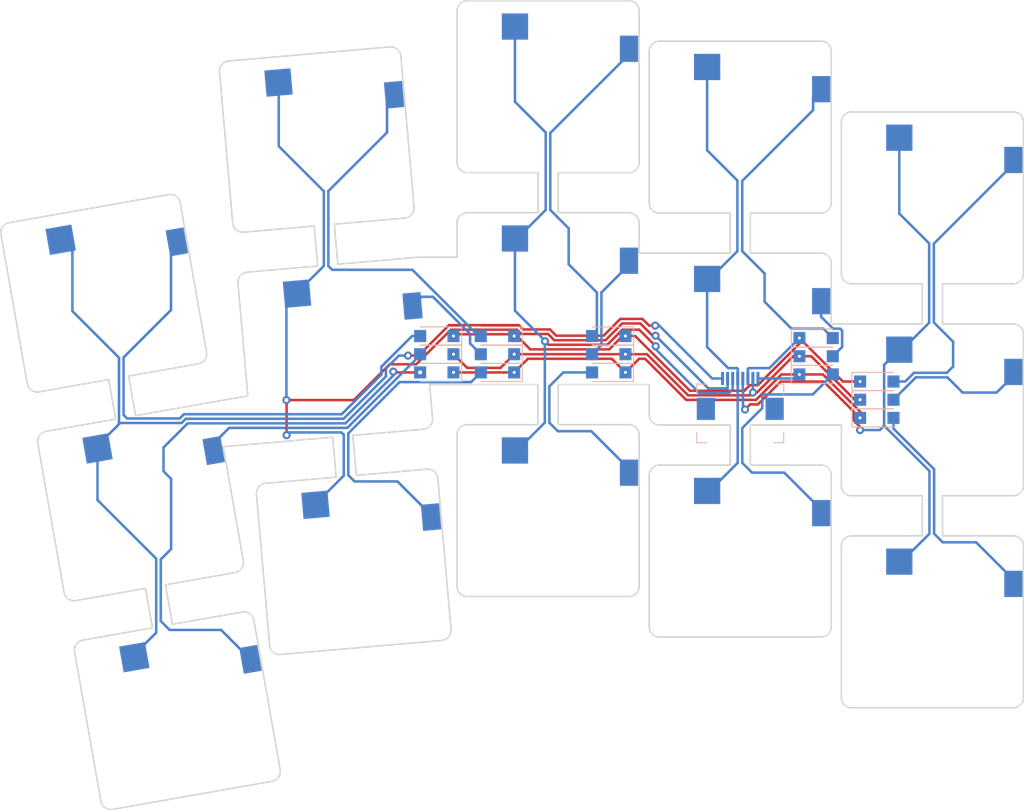
<source format=kicad_pcb>
(kicad_pcb (version 20221018) (generator pcbnew)
  (title_block (title "left") (rev "rev1.4") (company "nikservik"))
  (layers (0 "F.Cu" signal) (31 "B.Cu" signal) (34 "B.Paste" user) (35 "F.Paste" user) (36 "B.SilkS" user "B.Silkscreen") (37 "F.SilkS" user "F.Silkscreen") (38 "B.Mask" user) (39 "F.Mask" user) (44 "Edge.Cuts" user))
  (net 0 "")
  (net 1 "C1")
  (net 2 "R2_C1")
  (net 3 "R1_C1")
  (net 4 "R3_C1")
  (net 5 "C2")
  (net 6 "R2_C2")
  (net 7 "R1_C2")
  (net 8 "R3_C2")
  (net 9 "C3")
  (net 10 "R2_C3")
  (net 11 "R1_C3")
  (net 12 "R3_C3")
  (net 13 "C4")
  (net 14 "R2_C4")
  (net 15 "R1_C4")
  (net 16 "R3_C4")
  (net 17 "C5")
  (net 18 "R2_C5")
  (net 19 "R1_C5")
  (net 20 "R3_C5")
  (net 21 "R3")
  (net 22 "R2")
  (net 23 "R1")
  (footprint "PG1353" (layer "F.Cu") (at 159.291967 83.88441)
    (fp_text reference "S10" hide)
    (fp_text value "" hide)
  )
  (footprint "PG1353" (layer "F.Cu") (at 178.291967 90.88441)
    (fp_text reference "S13" hide)
    (fp_text value "" hide)
  )
  (footprint "PG1353" (layer "F.Cu") (at 117.422139 64.144753 5)
    (fp_text reference "S5" hide)
    (fp_text value "" hide)
  )
  (footprint "PG1353" (layer "F.Cu") (at 140.291967 79.88441)
    (fp_text reference "S7" hide)
    (fp_text value "" hide)
  )
  (footprint "PG1353" (layer "F.Cu") (at 140.291967 58.91441)
    (fp_text reference "S8" hide)
    (fp_text value "" hide)
  )
  (footprint "PG1353" (layer "F.Cu") (at 96.358598 79.348581 10)
    (fp_text reference "S2" hide)
    (fp_text value "" hide)
  )
  (footprint "PG1353" (layer "F.Cu") (at 100 100 10)
    (fp_text reference "S1" hide)
    (fp_text value "" hide)
  )
  (footprint "PG1353" (layer "F.Cu") (at 121.077451 105.925158 5)
    (fp_text reference "S6" hide)
    (fp_text value "" hide)
  )
  (footprint "PG1353" (layer "F.Cu") (at 119.249795 85.034956 5)
    (fp_text reference "S4" hide)
    (fp_text value "" hide)
  )
  (footprint "PG1353" (layer "F.Cu") (at 159.291967 62.91441)
    (fp_text reference "S11" hide)
    (fp_text value "" hide)
  )
  (footprint "PG1353" (layer "F.Cu") (at 178.291967 111.85441)
    (fp_text reference "S15" hide)
    (fp_text value "" hide)
  )
  (footprint "PG1353" (layer "F.Cu") (at 178.291967 69.91441)
    (fp_text reference "S14" hide)
    (fp_text value "" hide)
  )
  (footprint "PG1353" (layer "F.Cu") (at 103.641402 120.651419 10)
    (fp_text reference "S3" hide)
    (fp_text value "" hide)
  )
  (footprint "PG1353" (layer "F.Cu") (at 140.291967 100.85441)
    (fp_text reference "S9" hide)
    (fp_text value "" hide)
  )
  (footprint "PG1353" (layer "F.Cu") (at 159.291967 104.85441)
    (fp_text reference "S12" hide)
    (fp_text value "" hide)
  )
  (footprint "SmdDiode" (layer "B.Cu") (at 129.291967 85.38441 90)
    (fp_text reference "")
    (fp_text value "")
  )
  (footprint "SmdDiode" (layer "B.Cu") (at 135.291967 85.38441 90)
    (fp_text reference "")
    (fp_text value "")
  )
  (footprint "SmdDiode" (layer "B.Cu") (at 172.791967 89.88441 -90)
    (fp_text reference "")
    (fp_text value "")
  )
  (footprint "HKW FPC Socket" (layer "B.Cu") (at 159.291967 90.78441 180)
    (fp_text reference "_1" hide)
    (fp_text value "" hide)
  )
  (footprint "SmdDiode" (layer "B.Cu") (at 135.291967 85.38441 90)
    (fp_text reference "")
    (fp_text value "")
  )
  (footprint "SmdDiode" (layer "B.Cu") (at 146.291967 85.38441 90)
    (fp_text reference "")
    (fp_text value "")
  )
  (footprint "SmdDiode" (layer "B.Cu") (at 146.291967 85.38441 90)
    (fp_text reference "")
    (fp_text value "")
  )
  (footprint "SmdDiode" (layer "B.Cu") (at 166.791967 85.58441 -90)
    (fp_text reference "")
    (fp_text value "")
  )
  (footprint "SmdDiode" (layer "B.Cu") (at 146.291967 85.38441 90)
    (fp_text reference "")
    (fp_text value "")
  )
  (footprint "SmdDiode" (layer "B.Cu") (at 129.291967 85.38441 90)
    (fp_text reference "")
    (fp_text value "")
  )
  (footprint "SmdDiode" (layer "B.Cu") (at 172.791967 89.88441 -90)
    (fp_text reference "")
    (fp_text value "")
  )
  (footprint "SmdDiode" (layer "B.Cu") (at 172.791967 89.88441 -90)
    (fp_text reference "")
    (fp_text value "")
  )
  (footprint "SmdDiode" (layer "B.Cu") (at 166.791967 85.58441 -90)
    (fp_text reference "")
    (fp_text value "")
  )
  (footprint "SmdDiode" (layer "B.Cu") (at 135.291967 85.38441 90)
    (fp_text reference "")
    (fp_text value "")
  )
  (footprint "SmdDiode" (layer "B.Cu") (at 129.291967 85.38441 90)
    (fp_text reference "")
    (fp_text value "")
  )
  (footprint "SmdDiode" (layer "B.Cu") (at 166.791967 85.58441 -90)
    (fp_text reference "")
    (fp_text value "")
  )
  (gr_line (start 186.291967 82.38441) (end 179.291967 82.38441) (stroke (width 0.15)) (layer "Edge.Cuts"))
  (gr_line (start 103.1502 112.106904) (end 102.460817 108.197218) (stroke (width 0.15)) (layer "Edge.Cuts"))
  (gr_line (start 117.166768 72.699563) (end 117.512776 76.654456) (stroke (width 0.15)) (layer "Edge.Cuts"))
  (gr_line (start 158.291967 71.41441) (end 158.291967 75.38441) (stroke (width 0.15)) (layer "Edge.Cuts"))
  (gr_line (start 113.807033 126.474643) (end 111.202311 111.702527) (stroke (width 0.15)) (layer "Edge.Cuts"))
  (gr_line (start 127.463637 75.78041) (end 127.463637 75.783869) (stroke (width 0.15)) (layer "Edge.Cuts"))
  (gr_arc (start 132.291967 109.35441) (mid 131.58486 109.061517) (end 131.291967 108.35441) (stroke (width 0.15)) (layer "Edge.Cuts"))
  (gr_line (start 100.491202 108.544514) (end 101.180585 112.454201) (stroke (width 0.15)) (layer "Edge.Cuts"))
  (gr_arc (start 150.291967 97.35441) (mid 150.58486 96.647303) (end 151.291967 96.35441) (stroke (width 0.15)) (layer "Edge.Cuts"))
  (gr_line (start 160.291967 96.35441) (end 160.291967 92.38441) (stroke (width 0.15)) (layer "Edge.Cuts"))
  (gr_line (start 97.23895 130.41147) (end 112.995874 127.633099) (stroke (width 0.15)) (layer "Edge.Cuts"))
  (gr_line (start 107.802719 57.457694) (end 109.110055 72.400615) (stroke (width 0.15)) (layer "Edge.Cuts"))
  (gr_arc (start 131.291967 51.41441) (mid 131.58486 50.707303) (end 132.291967 50.41441) (stroke (width 0.15)) (layer "Edge.Cuts"))
  (gr_arc (start 106.524229 85.171806) (mid 106.358573 85.919031) (end 105.713069 86.330262) (stroke (width 0.15)) (layer "Edge.Cuts"))
  (gr_arc (start 93.475771 114.828194) (mid 93.641427 114.080969) (end 94.286931 113.669738) (stroke (width 0.15)) (layer "Edge.Cuts"))
  (gr_arc (start 149.291967 66.41441) (mid 148.999074 67.121517) (end 148.291967 67.41441) (stroke (width 0.15)) (layer "Edge.Cuts"))
  (gr_line (start 127.041559 70.831811) (end 125.734223 55.888891) (stroke (width 0.15)) (layer "Edge.Cuts"))
  (gr_line (start 109.630375 78.347897) (end 110.605949 89.498759) (stroke (width 0.15)) (layer "Edge.Cuts"))
  (gr_line (start 167.291967 96.35441) (end 160.291967 96.35441) (stroke (width 0.15)) (layer "Edge.Cuts"))
  (gr_line (start 119.340432 97.544659) (end 112.36707 98.154749) (stroke (width 0.15)) (layer "Edge.Cuts"))
  (gr_line (start 128.577213 88.38441) (end 139.291967 88.38441) (stroke (width 0.15)) (layer "Edge.Cuts"))
  (gr_line (start 168.291967 70.41441) (end 168.291967 55.41441) (stroke (width 0.15)) (layer "Edge.Cuts"))
  (gr_arc (start 148.291967 50.41441) (mid 148.999074 50.707303) (end 149.291967 51.41441) (stroke (width 0.15)) (layer "Edge.Cuts"))
  (gr_arc (start 168.291967 70.41441) (mid 167.999074 71.121517) (end 167.291967 71.41441) (stroke (width 0.15)) (layer "Edge.Cuts"))
  (gr_line (start 128.869215 91.722014) (end 128.577213 88.38441) (stroke (width 0.15)) (layer "Edge.Cuts"))
  (gr_line (start 158.291967 92.38441) (end 158.291967 96.35441) (stroke (width 0.15)) (layer "Edge.Cuts"))
  (gr_line (start 97.539183 91.802782) (end 90.645529 93.01832) (stroke (width 0.15)) (layer "Edge.Cuts"))
  (gr_line (start 131.291967 93.35441) (end 131.291967 108.35441) (stroke (width 0.15)) (layer "Edge.Cuts"))
  (gr_line (start 96.849799 87.893095) (end 97.539183 91.802782) (stroke (width 0.15)) (layer "Edge.Cuts"))
  (gr_arc (start 89.83437 94.176776) (mid 90.000025 93.429552) (end 90.645528 93.01832) (stroke (width 0.15)) (layer "Edge.Cuts"))
  (gr_line (start 187.291967 77.41441) (end 187.291967 62.41441) (stroke (width 0.15)) (layer "Edge.Cuts"))
  (gr_arc (start 187.291967 77.41441) (mid 186.999074 78.121517) (end 186.291967 78.41441) (stroke (width 0.15)) (layer "Edge.Cuts"))
  (gr_arc (start 170.291967 78.41441) (mid 169.58486 78.121517) (end 169.291967 77.41441) (stroke (width 0.15)) (layer "Edge.Cuts"))
  (gr_line (start 150.291967 97.35441) (end 150.291967 112.35441) (stroke (width 0.15)) (layer "Edge.Cuts"))
  (gr_line (start 139.291967 71.38441) (end 132.291967 71.38441) (stroke (width 0.15)) (layer "Edge.Cuts"))
  (gr_arc (start 132.291967 67.41441) (mid 131.58486 67.121517) (end 131.291967 66.41441) (stroke (width 0.15)) (layer "Edge.Cuts"))
  (gr_arc (start 148.291967 71.38441) (mid 148.999074 71.677303) (end 149.291967 72.38441) (stroke (width 0.15)) (layer "Edge.Cuts"))
  (gr_line (start 169.291967 104.35441) (end 169.291967 119.35441) (stroke (width 0.15)) (layer "Edge.Cuts"))
  (gr_line (start 141.291967 67.41441) (end 148.291967 67.41441) (stroke (width 0.15)) (layer "Edge.Cuts"))
  (gr_arc (start 86.192966 73.525357) (mid 86.358622 72.778132) (end 87.004126 72.366901) (stroke (width 0.15)) (layer "Edge.Cuts"))
  (gr_arc (start 128.869216 91.722015) (mid 128.639065 92.451958) (end 127.960176 92.805365) (stroke (width 0.15)) (layer "Edge.Cuts"))
  (gr_line (start 108.175443 94.536304) (end 118.994424 93.589766) (stroke (width 0.15)) (layer "Edge.Cuts"))
  (gr_line (start 149.291967 75.38441) (end 149.291967 72.38441) (stroke (width 0.15)) (layer "Edge.Cuts"))
  (gr_line (start 120.986813 93.415455) (end 127.960176 92.805365) (stroke (width 0.15)) (layer "Edge.Cuts"))
  (gr_line (start 110.193405 73.309654) (end 117.166768 72.699563) (stroke (width 0.15)) (layer "Edge.Cuts"))
  (gr_arc (start 151.291967 71.41441) (mid 150.58486 71.121517) (end 150.291967 70.41441) (stroke (width 0.15)) (layer "Edge.Cuts"))
  (gr_line (start 111.458031 99.2381) (end 112.765367 114.18102) (stroke (width 0.15)) (layer "Edge.Cuts"))
  (gr_line (start 141.291967 92.35441) (end 141.291967 88.38441) (stroke (width 0.15)) (layer "Edge.Cuts"))
  (gr_arc (start 89.956145 89.108633) (mid 89.20892 88.942977) (end 88.797689 88.297473) (stroke (width 0.15)) (layer "Edge.Cuts"))
  (gr_line (start 99.508798 91.455486) (end 106.402453 90.239949) (stroke (width 0.15)) (layer "Edge.Cuts"))
  (gr_line (start 110.043855 110.891367) (end 103.1502 112.106904) (stroke (width 0.15)) (layer "Edge.Cuts"))
  (gr_line (start 160.291967 92.38441) (end 169.291967 92.38441) (stroke (width 0.15)) (layer "Edge.Cuts"))
  (gr_arc (start 102.76105 69.58853) (mid 103.508275 69.754186) (end 103.919506 70.39969) (stroke (width 0.15)) (layer "Edge.Cuts"))
  (gr_arc (start 186.291967 103.35441) (mid 186.999074 103.647303) (end 187.291967 104.35441) (stroke (width 0.15)) (layer "Edge.Cuts"))
  (gr_line (start 139.291967 67.41441) (end 139.291967 71.38441) (stroke (width 0.15)) (layer "Edge.Cuts"))
  (gr_line (start 168.291967 112.35441) (end 168.291967 97.35441) (stroke (width 0.15)) (layer "Edge.Cuts"))
  (gr_line (start 169.291967 62.41441) (end 169.291967 77.41441) (stroke (width 0.15)) (layer "Edge.Cuts"))
  (gr_line (start 102.76105 69.58853) (end 87.004126 72.366901) (stroke (width 0.15)) (layer "Edge.Cuts"))
  (gr_arc (start 187.291967 98.38441) (mid 186.999074 99.091517) (end 186.291967 99.38441) (stroke (width 0.15)) (layer "Edge.Cuts"))
  (gr_line (start 106.524229 85.171806) (end 103.919506 70.39969) (stroke (width 0.15)) (layer "Edge.Cuts"))
  (gr_arc (start 97.23895 130.41147) (mid 96.491725 130.245814) (end 96.080494 129.60031) (stroke (width 0.15)) (layer "Edge.Cuts"))
  (gr_line (start 86.192967 73.525357) (end 88.797689 88.297473) (stroke (width 0.15)) (layer "Edge.Cuts"))
  (gr_line (start 179.291967 103.35441) (end 179.291967 99.38441) (stroke (width 0.15)) (layer "Edge.Cuts"))
  (gr_arc (start 93.597547 109.760051) (mid 92.850323 109.594395) (end 92.439092 108.948892) (stroke (width 0.15)) (layer "Edge.Cuts"))
  (gr_arc (start 148.291967 92.35441) (mid 148.999074 92.647303) (end 149.291967 93.35441) (stroke (width 0.15)) (layer "Edge.Cuts"))
  (gr_line (start 93.597548 109.760051) (end 100.491202 108.544514) (stroke (width 0.15)) (layer "Edge.Cuts"))
  (gr_arc (start 111.45803 99.238099) (mid 111.688181 98.508156) (end 112.36707 98.154749) (stroke (width 0.15)) (layer "Edge.Cuts"))
  (gr_arc (start 186.291967 61.41441) (mid 186.999074 61.707303) (end 187.291967 62.41441) (stroke (width 0.15)) (layer "Edge.Cuts"))
  (gr_line (start 150.291967 55.41441) (end 150.291967 70.41441) (stroke (width 0.15)) (layer "Edge.Cuts"))
  (gr_arc (start 109.630375 78.347896) (mid 109.860526 77.617953) (end 110.539414 77.264547) (stroke (width 0.15)) (layer "Edge.Cuts"))
  (gr_arc (start 167.291967 96.35441) (mid 167.999074 96.647303) (end 168.291967 97.35441) (stroke (width 0.15)) (layer "Edge.Cuts"))
  (gr_line (start 170.291967 120.35441) (end 186.291967 120.35441) (stroke (width 0.15)) (layer "Edge.Cuts"))
  (gr_arc (start 167.291967 54.41441) (mid 167.999074 54.707303) (end 168.291967 55.41441) (stroke (width 0.15)) (layer "Edge.Cuts"))
  (gr_line (start 170.291967 78.41441) (end 177.291967 78.41441) (stroke (width 0.15)) (layer "Edge.Cuts"))
  (gr_line (start 89.956145 89.108633) (end 96.849799 87.893095) (stroke (width 0.15)) (layer "Edge.Cuts"))
  (gr_arc (start 186.291967 82.38441) (mid 186.999074 82.677303) (end 187.291967 83.38441) (stroke (width 0.15)) (layer "Edge.Cuts"))
  (gr_line (start 93.475771 114.828194) (end 96.080494 129.60031) (stroke (width 0.15)) (layer "Edge.Cuts"))
  (gr_line (start 119.505166 76.480145) (end 119.159158 72.525252) (stroke (width 0.15)) (layer "Edge.Cuts"))
  (gr_line (start 158.291967 96.35441) (end 151.291967 96.35441) (stroke (width 0.15)) (layer "Edge.Cuts"))
  (gr_line (start 151.291967 113.35441) (end 167.291967 113.35441) (stroke (width 0.15)) (layer "Edge.Cuts"))
  (gr_line (start 186.291967 61.41441) (end 170.291967 61.41441) (stroke (width 0.15)) (layer "Edge.Cuts"))
  (gr_arc (start 113.807034 126.474643) (mid 113.641378 127.221868) (end 112.995874 127.633099) (stroke (width 0.15)) (layer "Edge.Cuts"))
  (gr_line (start 141.291967 88.38441) (end 150.291967 88.38441) (stroke (width 0.15)) (layer "Edge.Cuts"))
  (gr_arc (start 168.291967 112.35441) (mid 167.999074 113.061517) (end 167.291967 113.35441) (stroke (width 0.15)) (layer "Edge.Cuts"))
  (gr_line (start 118.994424 93.589766) (end 119.340432 97.544659) (stroke (width 0.15)) (layer "Edge.Cuts"))
  (gr_line (start 130.696871 112.612217) (end 129.389535 97.669297) (stroke (width 0.15)) (layer "Edge.Cuts"))
  (gr_line (start 177.291967 99.38441) (end 177.291967 103.35441) (stroke (width 0.15)) (layer "Edge.Cuts"))
  (gr_arc (start 170.291967 99.38441) (mid 169.58486 99.091517) (end 169.291967 98.38441) (stroke (width 0.15)) (layer "Edge.Cuts"))
  (gr_line (start 187.291967 119.35441) (end 187.291967 104.35441) (stroke (width 0.15)) (layer "Edge.Cuts"))
  (gr_line (start 131.291967 75.78041) (end 127.463637 75.78041) (stroke (width 0.15)) (layer "Edge.Cuts"))
  (gr_line (start 128.306185 96.760258) (end 121.332822 97.370348) (stroke (width 0.15)) (layer "Edge.Cuts"))
  (gr_line (start 151.291967 71.41441) (end 158.291967 71.41441) (stroke (width 0.15)) (layer "Edge.Cuts"))
  (gr_arc (start 110.193406 73.309654) (mid 109.463462 73.079504) (end 109.110055 72.400615) (stroke (width 0.15)) (layer "Edge.Cuts"))
  (gr_line (start 124.650873 54.979852) (end 108.711758 56.374344) (stroke (width 0.15)) (layer "Edge.Cuts"))
  (gr_line (start 110.165631 105.823225) (end 108.175443 94.536304) (stroke (width 0.15)) (layer "Edge.Cuts"))
  (gr_arc (start 127.04156 70.831812) (mid 126.811409 71.561755) (end 126.13252 71.915162) (stroke (width 0.15)) (layer "Edge.Cuts"))
  (gr_line (start 132.291967 67.41441) (end 139.291967 67.41441) (stroke (width 0.15)) (layer "Edge.Cuts"))
  (gr_arc (start 150.291967 55.41441) (mid 150.58486 54.707303) (end 151.291967 54.41441) (stroke (width 0.15)) (layer "Edge.Cuts"))
  (gr_arc (start 107.802719 57.457693) (mid 108.03287 56.72775) (end 108.711758 56.374344) (stroke (width 0.15)) (layer "Edge.Cuts"))
  (gr_line (start 148.291967 71.38441) (end 141.291967 71.38441) (stroke (width 0.15)) (layer "Edge.Cuts"))
  (gr_line (start 160.291967 71.41441) (end 167.291967 71.41441) (stroke (width 0.15)) (layer "Edge.Cuts"))
  (gr_arc (start 169.291967 62.41441) (mid 169.58486 61.707303) (end 170.291967 61.41441) (stroke (width 0.15)) (layer "Edge.Cuts"))
  (gr_line (start 177.291967 78.41441) (end 177.291967 82.38441) (stroke (width 0.15)) (layer "Edge.Cuts"))
  (gr_line (start 148.291967 50.41441) (end 132.291967 50.41441) (stroke (width 0.15)) (layer "Edge.Cuts"))
  (gr_line (start 186.291967 103.35441) (end 179.291967 103.35441) (stroke (width 0.15)) (layer "Edge.Cuts"))
  (gr_line (start 168.291967 82.38441) (end 177.291967 82.38441) (stroke (width 0.15)) (layer "Edge.Cuts"))
  (gr_line (start 151.291967 75.38441) (end 149.291967 75.38441) (stroke (width 0.15)) (layer "Edge.Cuts"))
  (gr_arc (start 131.291967 72.38441) (mid 131.58486 71.677303) (end 132.291967 71.38441) (stroke (width 0.15)) (layer "Edge.Cuts"))
  (gr_arc (start 110.043855 110.891367) (mid 110.79108 111.057023) (end 111.202311 111.702527) (stroke (width 0.15)) (layer "Edge.Cuts"))
  (gr_arc (start 151.291967 113.35441) (mid 150.58486 113.061517) (end 150.291967 112.35441) (stroke (width 0.15)) (layer "Edge.Cuts"))
  (gr_line (start 169.291967 92.38441) (end 169.291967 98.38441) (stroke (width 0.15)) (layer "Edge.Cuts"))
  (gr_line (start 99.508798 91.455486) (end 98.819415 87.545799) (stroke (width 0.15)) (layer "Edge.Cuts"))
  (gr_line (start 187.291967 98.38441) (end 187.291967 83.38441) (stroke (width 0.15)) (layer "Edge.Cuts"))
  (gr_arc (start 170.291967 120.35441) (mid 169.58486 120.061517) (end 169.291967 119.35441) (stroke (width 0.15)) (layer "Edge.Cuts"))
  (gr_line (start 139.291967 88.38441) (end 139.291967 92.35441) (stroke (width 0.15)) (layer "Edge.Cuts"))
  (gr_arc (start 113.848716 115.090059) (mid 113.118773 114.859908) (end 112.765367 114.18102) (stroke (width 0.15)) (layer "Edge.Cuts"))
  (gr_line (start 101.180585 112.454201) (end 94.286931 113.669738) (stroke (width 0.15)) (layer "Edge.Cuts"))
  (gr_arc (start 167.291967 75.38441) (mid 167.999074 75.677303) (end 168.291967 76.38441) (stroke (width 0.15)) (layer "Edge.Cuts"))
  (gr_arc (start 124.650874 54.979852) (mid 125.380817 55.210003) (end 125.734223 55.888891) (stroke (width 0.15)) (layer "Edge.Cuts"))
  (gr_line (start 149.291967 108.35441) (end 149.291967 93.35441) (stroke (width 0.15)) (layer "Edge.Cuts"))
  (gr_line (start 158.291967 75.38441) (end 151.291967 75.38441) (stroke (width 0.15)) (layer "Edge.Cuts"))
  (gr_line (start 113.848717 115.090059) (end 129.787832 113.695567) (stroke (width 0.15)) (layer "Edge.Cuts"))
  (gr_arc (start 187.291967 119.35441) (mid 186.999074 120.061517) (end 186.291967 120.35441) (stroke (width 0.15)) (layer "Edge.Cuts"))
  (gr_arc (start 131.291967 93.35441) (mid 131.58486 92.647303) (end 132.291967 92.35441) (stroke (width 0.15)) (layer "Edge.Cuts"))
  (gr_line (start 121.332822 97.370348) (end 120.986813 93.415455) (stroke (width 0.15)) (layer "Edge.Cuts"))
  (gr_line (start 98.819415 87.545799) (end 105.713069 86.330262) (stroke (width 0.15)) (layer "Edge.Cuts"))
  (gr_line (start 139.291967 92.35441) (end 132.291967 92.35441) (stroke (width 0.15)) (layer "Edge.Cuts"))
  (gr_arc (start 128.306185 96.760257) (mid 129.036128 96.990408) (end 129.389535 97.669297) (stroke (width 0.15)) (layer "Edge.Cuts"))
  (gr_line (start 160.291967 75.38441) (end 160.291967 71.41441) (stroke (width 0.15)) (layer "Edge.Cuts"))
  (gr_line (start 150.291967 88.38441) (end 150.291967 91.38441) (stroke (width 0.15)) (layer "Edge.Cuts"))
  (gr_line (start 102.460817 108.197218) (end 109.354472 106.981681) (stroke (width 0.15)) (layer "Edge.Cuts"))
  (gr_arc (start 169.291967 104.35441) (mid 169.58486 103.647303) (end 170.291967 103.35441) (stroke (width 0.15)) (layer "Edge.Cuts"))
  (gr_line (start 151.291967 92.38441) (end 158.291967 92.38441) (stroke (width 0.15)) (layer "Edge.Cuts"))
  (gr_line (start 168.291967 82.38441) (end 168.291967 76.38441) (stroke (width 0.15)) (layer "Edge.Cuts"))
  (gr_line (start 132.291967 109.35441) (end 148.291967 109.35441) (stroke (width 0.15)) (layer "Edge.Cuts"))
  (gr_arc (start 151.291967 92.38441) (mid 150.58486 92.091517) (end 150.291967 91.38441) (stroke (width 0.15)) (layer "Edge.Cuts"))
  (gr_arc (start 149.291967 108.35441) (mid 148.999074 109.061517) (end 148.291967 109.35441) (stroke (width 0.15)) (layer "Edge.Cuts"))
  (gr_line (start 179.291967 99.38441) (end 186.291967 99.38441) (stroke (width 0.15)) (layer "Edge.Cuts"))
  (gr_line (start 179.291967 78.41441) (end 186.291967 78.41441) (stroke (width 0.15)) (layer "Edge.Cuts"))
  (gr_line (start 117.512776 76.654456) (end 110.539414 77.264547) (stroke (width 0.15)) (layer "Edge.Cuts"))
  (gr_line (start 119.505166 76.480145) (end 127.463637 75.783869) (stroke (width 0.15)) (layer "Edge.Cuts"))
  (gr_line (start 149.291967 66.41441) (end 149.291967 51.41441) (stroke (width 0.15)) (layer "Edge.Cuts"))
  (gr_line (start 170.291967 99.38441) (end 177.291967 99.38441) (stroke (width 0.15)) (layer "Edge.Cuts"))
  (gr_line (start 119.159158 72.525252) (end 126.13252 71.915162) (stroke (width 0.15)) (layer "Edge.Cuts"))
  (gr_arc (start 110.165631 105.823224) (mid 109.999976 106.570449) (end 109.354472 106.981681) (stroke (width 0.15)) (layer "Edge.Cuts"))
  (gr_line (start 167.291967 75.38441) (end 160.291967 75.38441) (stroke (width 0.15)) (layer "Edge.Cuts"))
  (gr_line (start 167.291967 54.41441) (end 151.291967 54.41441) (stroke (width 0.15)) (layer "Edge.Cuts"))
  (gr_line (start 89.834369 94.176776) (end 92.439092 108.948892) (stroke (width 0.15)) (layer "Edge.Cuts"))
  (gr_line (start 179.291967 82.38441) (end 179.291967 78.41441) (stroke (width 0.15)) (layer "Edge.Cuts"))
  (gr_arc (start 130.696871 112.612218) (mid 130.46672 113.342161) (end 129.787832 113.695567) (stroke (width 0.15)) (layer "Edge.Cuts"))
  (gr_line (start 131.291967 51.41441) (end 131.291967 66.41441) (stroke (width 0.15)) (layer "Edge.Cuts"))
  (gr_line (start 141.291967 71.38441) (end 141.291967 67.41441) (stroke (width 0.15)) (layer "Edge.Cuts"))
  (gr_line (start 148.291967 92.35441) (end 141.291967 92.35441) (stroke (width 0.15)) (layer "Edge.Cuts"))
  (gr_line (start 131.291967 72.38441) (end 131.291967 75.78041) (stroke (width 0.15)) (layer "Edge.Cuts"))
  (gr_line (start 110.605949 89.498759) (end 106.402453 90.239949) (stroke (width 0.15)) (layer "Edge.Cuts"))
  (gr_line (start 177.291967 103.35441) (end 170.291967 103.35441) (stroke (width 0.15)) (layer "Edge.Cuts"))
  (segment (start 147.437208 81.89) (end 145.777208 83.55) (width 0.25) (layer "F.Cu") (net 1))
  (segment (start 137.405806 82.50941) (end 130.494194 82.50941) (width 0.25) (layer "F.Cu") (net 1))
  (segment (start 137.827617 82.931221) (end 137.405806 82.50941) (width 0.25) (layer "F.Cu") (net 1))
  (segment (start 150.887425 82.551029) (end 150.281029 82.551029) (width 0.25) (layer "F.Cu") (net 1))
  (segment (start 130.494194 82.50941) (end 127.485403 85.518201) (width 0.25) (layer "F.Cu") (net 1))
  (segment (start 149.62 81.89) (end 147.437208 81.89) (width 0.25) (layer "F.Cu") (net 1))
  (segment (start 140.476701 82.931221) (end 137.827617 82.931221) (width 0.25) (layer "F.Cu") (net 1))
  (segment (start 150.281029 82.551029) (end 149.62 81.89) (width 0.25) (layer "F.Cu") (net 1))
  (segment (start 145.777208 83.55) (end 141.09548 83.55) (width 0.25) (layer "F.Cu") (net 1))
  (segment (start 141.09548 83.55) (end 140.476701 82.931221) (width 0.25) (layer "F.Cu") (net 1))
  (segment (start 127.485403 85.518201) (end 126.442465 85.518201) (width 0.25) (layer "F.Cu") (net 1))
  (via (at 150.887425 82.551029) (size 0.8) (drill 0.4) (layers "F.Cu" "B.Cu") (net 1))
  (via (at 126.442465 85.518201) (size 0.8) (drill 0.4) (layers "F.Cu" "B.Cu") (net 1))
  (segment (start 151.281029 82.551029) (end 156.51441 87.78441) (width 0.25) (layer "B.Cu") (net 1))
  (segment (start 124.259503 86.804198) (end 124.259503 87.581309) (width 0.25) (layer "B.Cu") (net 1))
  (segment (start 104.053604 92.19) (end 97.920531 92.19) (width 0.25) (layer "B.Cu") (net 1))
  (segment (start 93.26 81.12) (end 97.87 85.73) (width 0.25) (layer "B.Cu") (net 1))
  (segment (start 92.100146 74.057673) (end 93.26 75.217527) (width 0.25) (layer "B.Cu") (net 1))
  (segment (start 95.741548 94.428452) (end 95.741548 94.709092) (width 0.25) (layer "B.Cu") (net 1))
  (segment (start 156.51441 87.78441) (end 157.541967 87.78441) (width 0.25) (layer "B.Cu") (net 1))
  (segment (start 97.87 92.3) (end 95.741548 94.428452) (width 0.25) (layer "B.Cu") (net 1))
  (segment (start 97.87 85.73) (end 97.87 92.3) (width 0.25) (layer "B.Cu") (net 1))
  (segment (start 124.259503 87.581309) (end 120.070812 91.77) (width 0.25) (layer "B.Cu") (net 1))
  (segment (start 95.741548 94.709092) (end 95.741548 99.807412) (width 0.25) (layer "B.Cu") (net 1))
  (segment (start 120.070812 91.77) (end 104.473604 91.77) (width 0.25) (layer "B.Cu") (net 1))
  (segment (start 150.887425 82.551029) (end 151.281029 82.551029) (width 0.25) (layer "B.Cu") (net 1))
  (segment (start 126.442465 85.518201) (end 125.5455 85.518201) (width 0.25) (layer "B.Cu") (net 1))
  (segment (start 104.473604 91.77) (end 104.053604 92.19) (width 0.25) (layer "B.Cu") (net 1))
  (segment (start 125.5455 85.518201) (end 124.259503 86.804198) (width 0.25) (layer "B.Cu") (net 1))
  (segment (start 101.55 105.615864) (end 101.55 112.93) (width 0.25) (layer "B.Cu") (net 1))
  (segment (start 97.920531 92.19) (end 97.850531 92.12) (width 0.25) (layer "B.Cu") (net 1))
  (segment (start 101.55 112.93) (end 99.38295 115.09705) (width 0.25) (layer "B.Cu") (net 1))
  (segment (start 95.741548 99.807412) (end 101.55 105.615864) (width 0.25) (layer "B.Cu") (net 1))
  (segment (start 93.26 75.217527) (end 93.26 81.12) (width 0.25) (layer "B.Cu") (net 1))
  (segment (start 99.38295 115.09705) (end 99.38295 115.360511) (width 0.25) (layer "B.Cu") (net 1))
  (segment (start 127.641967 85.38441) (end 127.641967 85.471637) (width 0.25) (layer "B.Cu") (net 2))
  (segment (start 120.443604 92.67) (end 108.76 92.67) (width 0.25) (layer "B.Cu") (net 2))
  (segment (start 107.227281 94.202719) (end 107.227281 94.917786) (width 0.25) (layer "B.Cu") (net 2))
  (segment (start 108.76 92.67) (end 107.227281 94.202719) (width 0.25) (layer "B.Cu") (net 2))
  (segment (start 127.641967 85.471637) (end 120.443604 92.67) (width 0.25) (layer "B.Cu") (net 2))
  (segment (start 98.67 91.74) (end 103.867208 91.74) (width 0.25) (layer "B.Cu") (net 3))
  (segment (start 103.01 74.842246) (end 103.01 81.01) (width 0.25) (layer "B.Cu") (net 3))
  (segment (start 123.809503 87.394913) (end 123.809503 86.617802) (width 0.25) (layer "B.Cu") (net 3))
  (segment (start 98.32 85.7) (end 98.32 91.39) (width 0.25) (layer "B.Cu") (net 3))
  (segment (start 98.32 91.39) (end 98.67 91.74) (width 0.25) (layer "B.Cu") (net 3))
  (segment (start 126.842895 83.58441) (end 127.641967 83.58441) (width 0.25) (layer "B.Cu") (net 3))
  (segment (start 104.287208 91.32) (end 119.884416 91.32) (width 0.25) (layer "B.Cu") (net 3))
  (segment (start 123.809503 86.617802) (end 126.842895 83.58441) (width 0.25) (layer "B.Cu") (net 3))
  (segment (start 119.884416 91.32) (end 123.809503 87.394913) (width 0.25) (layer "B.Cu") (net 3))
  (segment (start 103.585879 74.266367) (end 103.01 74.842246) (width 0.25) (layer "B.Cu") (net 3))
  (segment (start 103.01 81.01) (end 98.32 85.7) (width 0.25) (layer "B.Cu") (net 3))
  (segment (start 103.867208 91.74) (end 104.287208 91.32) (width 0.25) (layer "B.Cu") (net 3))
  (segment (start 125.06441 87.18441) (end 127.641967 87.18441) (width 0.25) (layer "F.Cu") (net 4))
  (segment (start 124.984503 87.104503) (end 125.06441 87.18441) (width 0.25) (layer "F.Cu") (net 4))
  (via (at 127.641967 87.18441) (size 0.8) (drill 0.4) (layers "F.Cu" "B.Cu") (net 4))
  (via (at 124.984503 87.104503) (size 0.8) (drill 0.4) (layers "F.Cu" "B.Cu") (net 4))
  (segment (start 103.02 97.71) (end 103.02 104.66) (width 0.25) (layer "B.Cu") (net 4))
  (segment (start 103.02 104.66) (end 102 105.68) (width 0.25) (layer "B.Cu") (net 4))
  (segment (start 107.959478 112.66) (end 110.868683 115.569205) (width 0.25) (layer "B.Cu") (net 4))
  (segment (start 102.87 112.66) (end 107.959478 112.66) (width 0.25) (layer "B.Cu") (net 4))
  (segment (start 104.66 92.22) (end 102.27 94.61) (width 0.25) (layer "B.Cu") (net 4))
  (segment (start 102.27 96.96) (end 103.02 97.71) (width 0.25) (layer "B.Cu") (net 4))
  (segment (start 120.257208 92.22) (end 104.66 92.22) (width 0.25) (layer "B.Cu") (net 4))
  (segment (start 124.984503 87.104503) (end 124.984503 87.492705) (width 0.25) (layer "B.Cu") (net 4))
  (segment (start 102.27 94.61) (end 102.27 96.96) (width 0.25) (layer "B.Cu") (net 4))
  (segment (start 102 111.79) (end 102.87 112.66) (width 0.25) (layer "B.Cu") (net 4))
  (segment (start 102 105.68) (end 102 111.79) (width 0.25) (layer "B.Cu") (net 4))
  (segment (start 124.984503 87.492705) (end 120.257208 92.22) (width 0.25) (layer "B.Cu") (net 4))
  (segment (start 145.963604 84) (end 147.623604 82.34) (width 0.25) (layer "F.Cu") (net 5))
  (segment (start 147.623604 82.34) (end 149.41 82.34) (width 0.25) (layer "F.Cu") (net 5))
  (segment (start 114.44 89.94) (end 114.42 89.92) (width 0.25) (layer "F.Cu") (net 5))
  (segment (start 114.44 93.3945) (end 114.44 89.94) (width 0.25) (layer "F.Cu") (net 5))
  (segment (start 121.09 89.92) (end 124.63 86.38) (width 0.25) (layer "F.Cu") (net 5))
  (segment (start 130.68059 82.95941) (end 137.21941 82.95941) (width 0.25) (layer "F.Cu") (net 5))
  (segment (start 140.290305 83.381221) (end 140.909084 84) (width 0.25) (layer "F.Cu") (net 5))
  (segment (start 150.62 83.55) (end 150.92 83.55) (width 0.25) (layer "F.Cu") (net 5))
  (segment (start 124.63 86.38) (end 127.26 86.38) (width 0.25) (layer "F.Cu") (net 5))
  (segment (start 137.641221 83.381221) (end 140.290305 83.381221) (width 0.25) (layer "F.Cu") (net 5))
  (segment (start 114.42 89.92) (end 121.09 89.92) (width 0.25) (layer "F.Cu") (net 5))
  (segment (start 127.26 86.38) (end 130.68059 82.95941) (width 0.25) (layer "F.Cu") (net 5))
  (segment (start 137.21941 82.95941) (end 137.641221 83.381221) (width 0.25) (layer "F.Cu") (net 5))
  (segment (start 149.41 82.34) (end 150.62 83.55) (width 0.25) (layer "F.Cu") (net 5))
  (segment (start 140.909084 84) (end 145.963604 84) (width 0.25) (layer "F.Cu") (net 5))
  (via (at 114.42 89.92) (size 0.8) (drill 0.4) (layers "F.Cu" "B.Cu") (net 5))
  (via (at 150.92 83.55) (size 0.8) (drill 0.4) (layers "F.Cu" "B.Cu") (net 5))
  (via (at 114.44 93.3945) (size 0.8) (drill 0.4) (layers "F.Cu" "B.Cu") (net 5))
  (segment (start 117.296337 100.193663) (end 117.296337 100.283235) (width 0.25) (layer "B.Cu") (net 5))
  (segment (start 115.468681 79.301319) (end 118.12 76.65) (width 0.25) (layer "B.Cu") (net 5))
  (segment (start 113.66 58.521805) (end 113.641025 58.50283) (width 0.25) (layer "B.Cu") (net 5))
  (segment (start 114.42 89.92) (end 114.42 80.441714) (width 0.25) (layer "B.Cu") (net 5))
  (segment (start 113.66 64.8) (end 113.66 58.521805) (width 0.25) (layer "B.Cu") (net 5))
  (segment (start 118.12 76.65) (end 118.12 69.26) (width 0.25) (layer "B.Cu") (net 5))
  (segment (start 118.12 69.26) (end 113.66 64.8) (width 0.25) (layer "B.Cu") (net 5))
  (segment (start 114.42 80.441714) (end 115.468681 79.393033) (width 0.25) (layer "B.Cu") (net 5))
  (segment (start 120.09 97.4) (end 117.296337 100.193663) (width 0.25) (layer "B.Cu") (net 5))
  (segment (start 120.09 93.35) (end 120.09 97.4) (width 0.25) (layer "B.Cu") (net 5))
  (segment (start 119.86 93.12) (end 120.09 93.35) (width 0.25) (layer "B.Cu") (net 5))
  (segment (start 114.7145 93.12) (end 119.86 93.12) (width 0.25) (layer "B.Cu") (net 5))
  (segment (start 158.041967 87.78441) (end 158.041967 88.73441) (width 0.25) (layer "B.Cu") (net 5))
  (segment (start 156.12941 88.75941) (end 150.92 83.55) (width 0.25) (layer "B.Cu") (net 5))
  (segment (start 158.016967 88.75941) (end 156.12941 88.75941) (width 0.25) (layer "B.Cu") (net 5))
  (segment (start 115.468681 79.393033) (end 115.468681 79.301319) (width 0.25) (layer "B.Cu") (net 5))
  (segment (start 114.44 93.3945) (end 114.7145 93.12) (width 0.25) (layer "B.Cu") (net 5))
  (segment (start 158.041967 88.73441) (end 158.016967 88.75941) (width 0.25) (layer "B.Cu") (net 5))
  (segment (start 132.58 84.322443) (end 132.58 83.372443) (width 0.25) (layer "B.Cu") (net 6))
  (segment (start 127.794499 79.7) (end 126.892519 80.60198) (width 0.25) (layer "B.Cu") (net 6))
  (segment (start 128.907557 79.7) (end 127.794499 79.7) (width 0.25) (layer "B.Cu") (net 6))
  (segment (start 132.58 83.372443) (end 128.907557 79.7) (width 0.25) (layer "B.Cu") (net 6))
  (segment (start 133.641967 85.38441) (end 132.58 84.322443) (width 0.25) (layer "B.Cu") (net 6))
  (segment (start 133.34441 83.58441) (end 133.03 83.27) (width 0.25) (layer "B.Cu") (net 7))
  (segment (start 118.57 76.65) (end 118.57 69.24) (width 0.25) (layer "B.Cu") (net 7))
  (segment (start 133.03 83.186047) (end 126.873953 77.03) (width 0.25) (layer "B.Cu") (net 7))
  (segment (start 124.37 63.44) (end 124.37 60.40664) (width 0.25) (layer "B.Cu") (net 7))
  (segment (start 118.57 69.24) (end 124.37 63.44) (width 0.25) (layer "B.Cu") (net 7))
  (segment (start 124.37 60.40664) (end 125.064863 59.711777) (width 0.25) (layer "B.Cu") (net 7))
  (segment (start 126.873953 77.03) (end 118.95 77.03) (width 0.25) (layer "B.Cu") (net 7))
  (segment (start 133.641967 83.58441) (end 133.34441 83.58441) (width 0.25) (layer "B.Cu") (net 7))
  (segment (start 133.03 83.27) (end 133.03 83.186047) (width 0.25) (layer "B.Cu") (net 7))
  (segment (start 118.95 77.03) (end 118.57 76.65) (width 0.25) (layer "B.Cu") (net 7))
  (segment (start 121.16 97.97) (end 120.54 97.35) (width 0.25) (layer "B.Cu") (net 8))
  (segment (start 128.720175 101.492182) (end 128.720175 101.290175) (width 0.25) (layer "B.Cu") (net 8))
  (segment (start 120.54 97.35) (end 120.54 93.21) (width 0.25) (layer "B.Cu") (net 8))
  (segment (start 125.4 97.97) (end 121.16 97.97) (width 0.25) (layer "B.Cu") (net 8))
  (segment (start 120.54 93.21) (end 125.61 88.14) (width 0.25) (layer "B.Cu") (net 8))
  (segment (start 128.720175 101.290175) (end 125.4 97.97) (width 0.25) (layer "B.Cu") (net 8))
  (segment (start 132.686377 88.14) (end 133.641967 87.18441) (width 0.25) (layer "B.Cu") (net 8))
  (segment (start 125.61 88.14) (end 132.686377 88.14) (width 0.25) (layer "B.Cu") (net 8))
  (segment (start 150.933358 84.587957) (end 149.304811 82.95941) (width 0.25) (layer "F.Cu") (net 9))
  (segment (start 149.304811 82.95941) (end 147.64059 82.95941) (width 0.25) (layer "F.Cu") (net 9))
  (segment (start 146.15 84.45) (end 140.333779 84.45) (width 0.25) (layer "F.Cu") (net 9))
  (segment (start 140.333779 84.45) (end 139.99 84.106221) (width 0.25) (layer "F.Cu") (net 9))
  (segment (start 147.64059 82.95941) (end 146.15 84.45) (width 0.25) (layer "F.Cu") (net 9))
  (via (at 139.99 84.106221) (size 0.8) (drill 0.4) (layers "F.Cu" "B.Cu") (net 9))
  (via (at 150.933358 84.587957) (size 0.8) (drill 0.4) (layers "F.Cu" "B.Cu") (net 9))
  (segment (start 137.016967 73.93441) (end 137.23559 73.93441) (width 0.25) (layer "B.Cu") (net 9))
  (segment (start 137.016967 81.076967) (end 137.016967 73.93441) (width 0.25) (layer "B.Cu") (net 9))
  (segment (start 139.99 84.106221) (end 139.99 84.05) (width 0.25) (layer "B.Cu") (net 9))
  (segment (start 139.99 84.106221) (end 139.97 84.126221) (width 0.25) (layer "B.Cu") (net 9))
  (segment (start 150.933358 84.893358) (end 155.24941 89.20941) (width 0.25) (layer "B.Cu") (net 9))
  (segment (start 139.97 92.15) (end 137.21559 94.90441) (width 0.25) (layer "B.Cu") (net 9))
  (segment (start 139.97 84.126221) (end 139.97 92.15) (width 0.25) (layer "B.Cu") (net 9))
  (segment (start 158.541967 88.870806) (end 158.541967 87.78441) (width 0.25) (layer "B.Cu") (net 9))
  (segment (start 155.24941 89.20941) (end 158.203363 89.20941) (width 0.25) (layer "B.Cu") (net 9))
  (segment (start 139.99 84.05) (end 137.016967 81.076967) (width 0.25) (layer "B.Cu") (net 9))
  (segment (start 137.016967 60.406967) (end 137.016967 52.96441) (width 0.25) (layer "B.Cu") (net 9))
  (segment (start 137.23559 73.93441) (end 140.06 71.11) (width 0.25) (layer "B.Cu") (net 9))
  (segment (start 140.06 63.45) (end 137.016967 60.406967) (width 0.25) (layer "B.Cu") (net 9))
  (segment (start 158.203363 89.20941) (end 158.541967 88.870806) (width 0.25) (layer "B.Cu") (net 9))
  (segment (start 137.21559 94.90441) (end 137.016967 94.90441) (width 0.25) (layer "B.Cu") (net 9))
  (segment (start 140.06 71.11) (end 140.06 63.45) (width 0.25) (layer "B.Cu") (net 9))
  (segment (start 150.933358 84.587957) (end 150.933358 84.893358) (width 0.25) (layer "B.Cu") (net 9))
  (segment (start 145.566967 84.45941) (end 145.566967 79.273033) (width 0.25) (layer "B.Cu") (net 10))
  (segment (start 148.291967 76.548033) (end 148.291967 76.13441) (width 0.25) (layer "B.Cu") (net 10))
  (segment (start 145.566967 79.273033) (end 148.291967 76.548033) (width 0.25) (layer "B.Cu") (net 10))
  (segment (start 144.641967 85.38441) (end 145.566967 84.45941) (width 0.25) (layer "B.Cu") (net 10))
  (segment (start 142.33 72.93) (end 140.51 71.11) (width 0.25) (layer "B.Cu") (net 11))
  (segment (start 145.116967 83.10941) (end 145.116967 79.276967) (width 0.25) (layer "B.Cu") (net 11))
  (segment (start 142.33 76.49) (end 142.33 72.93) (width 0.25) (layer "B.Cu") (net 11))
  (segment (start 144.641967 83.58441) (end 145.116967 83.10941) (width 0.25) (layer "B.Cu") (net 11))
  (segment (start 148.291967 55.718033) (end 148.291967 55.16441) (width 0.25) (layer "B.Cu") (net 11))
  (segment (start 140.51 63.5) (end 148.291967 55.718033) (width 0.25) (layer "B.Cu") (net 11))
  (segment (start 145.116967 79.276967) (end 142.33 76.49) (width 0.25) (layer "B.Cu") (net 11))
  (segment (start 140.51 71.11) (end 140.51 63.5) (width 0.25) (layer "B.Cu") (net 11))
  (segment (start 148.291967 97.10441) (end 148.291967 96.721967) (width 0.25) (layer "B.Cu") (net 12))
  (segment (start 144.57 93) (end 141.26 93) (width 0.25) (layer "B.Cu") (net 12))
  (segment (start 140.42 92.16) (end 140.42 88.56) (width 0.25) (layer "B.Cu") (net 12))
  (segment (start 148.291967 96.721967) (end 144.57 93) (width 0.25) (layer "B.Cu") (net 12))
  (segment (start 141.26 93) (end 140.42 92.16) (width 0.25) (layer "B.Cu") (net 12))
  (segment (start 140.42 88.56) (end 141.79559 87.18441) (width 0.25) (layer "B.Cu") (net 12))
  (segment (start 141.79559 87.18441) (end 144.641967 87.18441) (width 0.25) (layer "B.Cu") (net 12))
  (segment (start 156.26559 77.93441) (end 159.01 75.19) (width 0.25) (layer "B.Cu") (net 13))
  (segment (start 158.101103 86.75941) (end 156.016967 84.675274) (width 0.25) (layer "B.Cu") (net 13))
  (segment (start 159.01 75.19) (end 159.01 68.2) (width 0.25) (layer "B.Cu") (net 13))
  (segment (start 156.016967 84.675274) (end 156.016967 77.93441) (width 0.25) (layer "B.Cu") (net 13))
  (segment (start 156.26559 98.90441) (end 159.041967 96.128033) (width 0.25) (layer "B.Cu") (net 13))
  (segment (start 156.016967 65.206967) (end 156.016967 56.96441) (width 0.25) (layer "B.Cu") (net 13))
  (segment (start 156.016967 98.90441) (end 156.26559 98.90441) (width 0.25) (layer "B.Cu") (net 13))
  (segment (start 159.041967 96.128033) (end 159.041967 87.78441) (width 0.25) (layer "B.Cu") (net 13))
  (segment (start 159.041967 87.78441) (end 159.041967 86.83441) (width 0.25) (layer "B.Cu") (net 13))
  (segment (start 156.016967 77.93441) (end 156.26559 77.93441) (width 0.25) (layer "B.Cu") (net 13))
  (segment (start 159.041967 86.83441) (end 158.966967 86.75941) (width 0.25) (layer "B.Cu") (net 13))
  (segment (start 158.966967 86.75941) (end 158.101103 86.75941) (width 0.25) (layer "B.Cu") (net 13))
  (segment (start 159.01 68.2) (end 156.016967 65.206967) (width 0.25) (layer "B.Cu") (net 13))
  (segment (start 168.466967 82.85941) (end 169.17941 82.85941) (width 0.25) (layer "B.Cu") (net 14))
  (segment (start 169.366967 83.046967) (end 169.366967 84.65941) (width 0.25) (layer "B.Cu") (net 14))
  (segment (start 167.291967 81.68441) (end 168.466967 82.85941) (width 0.25) (layer "B.Cu") (net 14))
  (segment (start 169.366967 84.65941) (end 168.441967 85.58441) (width 0.25) (layer "B.Cu") (net 14))
  (segment (start 169.17941 82.85941) (end 169.366967 83.046967) (width 0.25) (layer "B.Cu") (net 14))
  (segment (start 167.291967 80.13441) (end 167.291967 81.68441) (width 0.25) (layer "B.Cu") (net 14))
  (segment (start 161.7 80.194093) (end 161.7 77.4) (width 0.25) (layer "B.Cu") (net 15))
  (segment (start 164.365317 82.85941) (end 161.7 80.194093) (width 0.25) (layer "B.Cu") (net 15))
  (segment (start 159.49 68.24) (end 166.5 61.23) (width 0.25) (layer "B.Cu") (net 15))
  (segment (start 166.5 61.23) (end 166.5 59.956377) (width 0.25) (layer "B.Cu") (net 15))
  (segment (start 168.441967 83.78441) (end 167.516967 82.85941) (width 0.25) (layer "B.Cu") (net 15))
  (segment (start 161.7 77.4) (end 159.49 75.19) (width 0.25) (layer "B.Cu") (net 15))
  (segment (start 166.5 59.956377) (end 167.291967 59.16441) (width 0.25) (layer "B.Cu") (net 15))
  (segment (start 159.49 75.19) (end 159.49 68.24) (width 0.25) (layer "B.Cu") (net 15))
  (segment (start 167.516967 82.85941) (end 164.365317 82.85941) (width 0.25) (layer "B.Cu") (net 15))
  (segment (start 163.64 97.1) (end 167.291967 100.751967) (width 0.25) (layer "B.Cu") (net 16))
  (segment (start 161.466967 89.35941) (end 161.466967 90.713033) (width 0.25) (layer "B.Cu") (net 16))
  (segment (start 161.466967 90.713033) (end 159.491967 92.688033) (width 0.25) (layer "B.Cu") (net 16))
  (segment (start 167.291967 100.751967) (end 167.291967 101.10441) (width 0.25) (layer "B.Cu") (net 16))
  (segment (start 159.491967 92.688033) (end 159.491967 96.131967) (width 0.25) (layer "B.Cu") (net 16))
  (segment (start 160.46 97.1) (end 163.64 97.1) (width 0.25) (layer "B.Cu") (net 16))
  (segment (start 168.441967 87.38441) (end 166.466967 89.35941) (width 0.25) (layer "B.Cu") (net 16))
  (segment (start 166.466967 89.35941) (end 161.466967 89.35941) (width 0.25) (layer "B.Cu") (net 16))
  (segment (start 159.491967 96.131967) (end 160.46 97.1) (width 0.25) (layer "B.Cu") (net 16))
  (segment (start 163.296396 88.09) (end 161.036396 90.35) (width 0.25) (layer "F.Cu") (net 17))
  (segment (start 167.538369 88.09) (end 163.296396 88.09) (width 0.25) (layer "F.Cu") (net 17))
  (segment (start 161.036396 90.35) (end 160.266467 90.35) (width 0.25) (layer "F.Cu") (net 17))
  (segment (start 171.14 92.566327) (end 170.516967 91.943294) (width 0.25) (layer "F.Cu") (net 17))
  (segment (start 171.14 92.883912) (end 171.14 92.566327) (width 0.25) (layer "F.Cu") (net 17))
  (segment (start 170.516967 91.068598) (end 167.538369 88.09) (width 0.25) (layer "F.Cu") (net 17))
  (segment (start 170.516967 91.943294) (end 170.516967 91.068598) (width 0.25) (layer "F.Cu") (net 17))
  (segment (start 160.266467 90.35) (end 159.766467 90.85) (width 0.25) (layer "F.Cu") (net 17))
  (via (at 159.766467 90.85) (size 0.8) (drill 0.4) (layers "F.Cu" "B.Cu") (net 17))
  (via (at 171.14 92.883912) (size 0.8) (drill 0.4) (layers "F.Cu" "B.Cu") (net 17))
  (segment (start 159.566967 88.75941) (end 159.541967 88.73441) (width 0.25) (layer "B.Cu") (net 17))
  (segment (start 171.14 92.883912) (end 173.090022 92.883912) (width 0.25) (layer "B.Cu") (net 17))
  (segment (start 178 96.94) (end 173.516967 92.456967) (width 0.25) (layer "B.Cu") (net 17))
  (segment (start 177.97 74.42) (end 175.016967 71.466967) (width 0.25) (layer "B.Cu") (net 17))
  (segment (start 173.516967 92.456967) (end 173.516967 86.43441) (width 0.25) (layer "B.Cu") (net 17))
  (segment (start 175.30559 84.93441) (end 177.97 82.27) (width 0.25) (layer "B.Cu") (net 17))
  (segment (start 177.97 82.27) (end 177.97 74.42) (width 0.25) (layer "B.Cu") (net 17))
  (segment (start 159.766467 90.85) (end 159.566967 90.6505) (width 0.25) (layer "B.Cu") (net 17))
  (segment (start 175.23559 105.90441) (end 178 103.14) (width 0.25) (layer "B.Cu") (net 17))
  (segment (start 178 103.14) (end 178 96.94) (width 0.25) (layer "B.Cu") (net 17))
  (segment (start 173.090022 92.883912) (end 173.516967 92.456967) (width 0.25) (layer "B.Cu") (net 17))
  (segment (start 175.016967 84.93441) (end 175.30559 84.93441) (width 0.25) (layer "B.Cu") (net 17))
  (segment (start 175.016967 71.466967) (end 175.016967 63.96441) (width 0.25) (layer "B.Cu") (net 17))
  (segment (start 175.016967 105.90441) (end 175.23559 105.90441) (width 0.25) (layer "B.Cu") (net 17))
  (segment (start 173.516967 86.43441) (end 175.016967 84.93441) (width 0.25) (layer "B.Cu") (net 17))
  (segment (start 159.566967 90.6505) (end 159.566967 88.75941) (width 0.25) (layer "B.Cu") (net 17))
  (segment (start 159.541967 88.73441) (end 159.541967 87.78441) (width 0.25) (layer "B.Cu") (net 17))
  (segment (start 179.77 87.67) (end 176.656377 87.67) (width 0.25) (layer "B.Cu") (net 18))
  (segment (start 184.64 89.18) (end 181.28 89.18) (width 0.25) (layer "B.Cu") (net 18))
  (segment (start 176.656377 87.67) (end 174.441967 89.88441) (width 0.25) (layer "B.Cu") (net 18))
  (segment (start 186.291967 87.528033) (end 184.64 89.18) (width 0.25) (layer "B.Cu") (net 18))
  (segment (start 181.28 89.18) (end 179.77 87.67) (width 0.25) (layer "B.Cu") (net 18))
  (segment (start 186.291967 87.13441) (end 186.291967 87.528033) (width 0.25) (layer "B.Cu") (net 18))
  (segment (start 180.34 86.6) (end 179.72 87.22) (width 0.25) (layer "B.Cu") (net 19))
  (segment (start 186.291967 66.588033) (end 178.43 74.45) (width 0.25) (layer "B.Cu") (net 19))
  (segment (start 176.469981 87.22) (end 175.605571 88.08441) (width 0.25) (layer "B.Cu") (net 19))
  (segment (start 186.291967 66.16441) (end 186.291967 66.588033) (width 0.25) (layer "B.Cu") (net 19))
  (segment (start 180.34 84.15) (end 180.34 86.6) (width 0.25) (layer "B.Cu") (net 19))
  (segment (start 178.43 74.45) (end 178.43 82.24) (width 0.25) (layer "B.Cu") (net 19))
  (segment (start 179.72 87.22) (end 176.469981 87.22) (width 0.25) (layer "B.Cu") (net 19))
  (segment (start 175.605571 88.08441) (end 174.441967 88.08441) (width 0.25) (layer "B.Cu") (net 19))
  (segment (start 178.43 82.24) (end 180.34 84.15) (width 0.25) (layer "B.Cu") (net 19))
  (segment (start 186.291967 107.671967) (end 182.61 103.99) (width 0.25) (layer "B.Cu") (net 20))
  (segment (start 178.46 96.763604) (end 174.441967 92.745571) (width 0.25) (layer "B.Cu") (net 20))
  (segment (start 174.441967 92.745571) (end 174.441967 91.68441) (width 0.25) (layer "B.Cu") (net 20))
  (segment (start 186.291967 108.10441) (end 186.291967 107.671967) (width 0.25) (layer "B.Cu") (net 20))
  (segment (start 179.31 103.99) (end 178.46 103.14) (width 0.25) (layer "B.Cu") (net 20))
  (segment (start 182.61 103.99) (end 179.31 103.99) (width 0.25) (layer "B.Cu") (net 20))
  (segment (start 178.46 103.14) (end 178.46 96.763604) (width 0.25) (layer "B.Cu") (net 20))
  (segment (start 136.941967 87.18441) (end 138.291967 85.83441) (width 0.25) (layer "F.Cu") (net 21))
  (segment (start 171.141967 91.057202) (end 167.469175 87.38441) (width 0.25) (layer "F.Cu") (net 21))
  (segment (start 149.291967 85.83441) (end 147.941967 87.18441) (width 0.25) (layer "F.Cu") (net 21))
  (segment (start 146.591967 85.83441) (end 147.941967 87.18441) (width 0.25) (layer "F.Cu") (net 21))
  (segment (start 138.291967 85.83441) (end 146.591967 85.83441) (width 0.25) (layer "F.Cu") (net 21))
  (segment (start 163.36559 87.38441) (end 160.85 89.9) (width 0.25) (layer "F.Cu") (net 21))
  (segment (start 165.141967 87.38441) (end 163.36559 87.38441) (width 0.25) (layer "F.Cu") (net 21))
  (segment (start 130.941967 87.18441) (end 136.941967 87.18441) (width 0.25) (layer "F.Cu") (net 21))
  (segment (start 153.947208 89.9) (end 149.881618 85.83441) (width 0.25) (layer "F.Cu") (net 21))
  (segment (start 149.881618 85.83441) (end 149.291967 85.83441) (width 0.25) (layer "F.Cu") (net 21))
  (segment (start 160.85 89.9) (end 153.947208 89.9) (width 0.25) (layer "F.Cu") (net 21))
  (segment (start 171.141967 91.68441) (end 171.141967 91.057202) (width 0.25) (layer "F.Cu") (net 21))
  (segment (start 167.469175 87.38441) (end 165.141967 87.38441) (width 0.25) (layer "F.Cu") (net 21))
  (via (at 130.941967 87.18441) (size 0.6) (drill 0.3) (layers "F.Cu" "B.Cu") (net 21))
  (via (at 171.141967 91.68441) (size 0.6) (drill 0.3) (layers "F.Cu" "B.Cu") (net 21))
  (via (at 165.141967 87.38441) (size 0.6) (drill 0.3) (layers "F.Cu" "B.Cu") (net 21))
  (via (at 136.941967 87.18441) (size 0.6) (drill 0.3) (layers "F.Cu" "B.Cu") (net 21))
  (via (at 147.941967 87.18441) (size 0.6) (drill 0.3) (layers "F.Cu" "B.Cu") (net 21))
  (segment (start 161.041967 87.78441) (end 164.741967 87.78441) (width 0.25) (layer "B.Cu") (net 21))
  (segment (start 164.741967 87.78441) (end 165.141967 87.38441) (width 0.25) (layer "B.Cu") (net 21))
  (segment (start 160.943604 89.17) (end 160.55 89.17) (width 0.25) (layer "F.Cu") (net 22))
  (segment (start 170.605571 89.88441) (end 166.305571 85.58441) (width 0.25) (layer "F.Cu") (net 22))
  (segment (start 165.141967 85.58441) (end 164.529194 85.58441) (width 0.25) (layer "F.Cu") (net 22))
  (segment (start 150.068014 85.38441) (end 147.941967 85.38441) (width 0.25) (layer "F.Cu") (net 22))
  (segment (start 171.141967 89.88441) (end 170.605571 89.88441) (width 0.25) (layer "F.Cu") (net 22))
  (segment (start 164.529194 85.58441) (end 160.943604 89.17) (width 0.25) (layer "F.Cu") (net 22))
  (segment (start 160.27 89.45) (end 154.133604 89.45) (width 0.25) (layer "F.Cu") (net 22))
  (segment (start 166.305571 85.58441) (end 165.141967 85.58441) (width 0.25) (layer "F.Cu") (net 22))
  (segment (start 132.291967 86.73441) (end 135.591967 86.73441) (width 0.25) (layer "F.Cu") (net 22))
  (segment (start 130.941967 85.38441) (end 132.291967 86.73441) (width 0.25) (layer "F.Cu") (net 22))
  (segment (start 154.133604 89.45) (end 150.068014 85.38441) (width 0.25) (layer "F.Cu") (net 22))
  (segment (start 135.591967 86.73441) (end 136.941967 85.38441) (width 0.25) (layer "F.Cu") (net 22))
  (segment (start 160.55 89.17) (end 160.27 89.45) (width 0.25) (layer "F.Cu") (net 22))
  (segment (start 136.941967 85.38441) (end 147.941967 85.38441) (width 0.25) (layer "F.Cu") (net 22))
  (via (at 130.941967 85.38441) (size 0.6) (drill 0.3) (layers "F.Cu" "B.Cu") (net 22))
  (via (at 147.941967 85.38441) (size 0.6) (drill 0.3) (layers "F.Cu" "B.Cu") (net 22))
  (via (at 160.55 89.17) (size 0.8) (drill 0.4) (layers "F.Cu" "B.Cu") (net 22))
  (via (at 165.141967 85.58441) (size 0.6) (drill 0.3) (layers "F.Cu" "B.Cu") (net 22))
  (via (at 136.941967 85.38441) (size 0.6) (drill 0.3) (layers "F.Cu" "B.Cu") (net 22))
  (via (at 171.141967 89.88441) (size 0.6) (drill 0.3) (layers "F.Cu" "B.Cu") (net 22))
  (segment (start 160.541967 89.161967) (end 160.55 89.17) (width 0.25) (layer "B.Cu") (net 22))
  (segment (start 160.541967 87.78441) (end 160.541967 89.161967) (width 0.25) (layer "B.Cu") (net 22))
  (segment (start 146.336396 84.9) (end 147.651986 83.58441) (width 0.25) (layer "F.Cu") (net 23))
  (segment (start 161.032208 88.445) (end 160.249695 88.445) (width 0.25) (layer "F.Cu") (net 23))
  (segment (start 171.141967 88.08441) (end 169.441967 88.08441) (width 0.25) (layer "F.Cu") (net 23))
  (segment (start 136.941967 83.58441) (end 137.208014 83.58441) (width 0.25) (layer "F.Cu") (net 23))
  (segment (start 165.141967 83.78441) (end 165.141967 84.335241) (width 0.25) (layer "F.Cu") (net 23))
  (segment (start 147.651986 83.58441) (end 147.941967 83.58441) (width 0.25) (layer "F.Cu") (net 23))
  (segment (start 154.32 89) (end 148.90441 83.58441) (width 0.25) (layer "F.Cu") (net 23))
  (segment (start 137.208014 83.58441) (end 138.523604 84.9) (width 0.25) (layer "F.Cu") (net 23))
  (segment (start 131.116967 83.40941) (end 136.766967 83.40941) (width 0.25) (layer "F.Cu") (net 23))
  (segment (start 160.249695 88.445) (end 159.694695 89) (width 0.25) (layer "F.Cu") (net 23))
  (segment (start 130.941967 83.58441) (end 131.116967 83.40941) (width 0.25) (layer "F.Cu") (net 23))
  (segment (start 138.523604 84.9) (end 146.336396 84.9) (width 0.25) (layer "F.Cu") (net 23))
  (segment (start 159.694695 89) (end 154.32 89) (width 0.25) (layer "F.Cu") (net 23))
  (segment (start 165.141967 84.335241) (end 161.032208 88.445) (width 0.25) (layer "F.Cu") (net 23))
  (segment (start 136.766967 83.40941) (end 136.941967 83.58441) (width 0.25) (layer "F.Cu") (net 23))
  (segment (start 169.441967 88.08441) (end 165.141967 83.78441) (width 0.25) (layer "F.Cu") (net 23))
  (segment (start 148.90441 83.58441) (end 147.941967 83.58441) (width 0.25) (layer "F.Cu") (net 23))
  (via (at 165.141967 83.78441) (size 0.6) (drill 0.3) (layers "F.Cu" "B.Cu") (net 23))
  (via (at 130.941967 83.58441) (size 0.6) (drill 0.3) (layers "F.Cu" "B.Cu") (net 23))
  (via (at 171.141967 88.08441) (size 0.6) (drill 0.3) (layers "F.Cu" "B.Cu") (net 23))
  (via (at 136.941967 83.58441) (size 0.6) (drill 0.3) (layers "F.Cu" "B.Cu") (net 23))
  (via (at 147.941967 83.58441) (size 0.6) (drill 0.3) (layers "F.Cu" "B.Cu") (net 23))
  (segment (start 162.166967 86.75941) (end 165.141967 83.78441) (width 0.25) (layer "B.Cu") (net 23))
  (segment (start 160.041967 87.78441) (end 160.041967 86.83441) (width 0.25) (layer "B.Cu") (net 23))
  (segment (start 160.116967 86.75941) (end 162.166967 86.75941) (width 0.25) (layer "B.Cu") (net 23))
  (segment (start 160.041967 86.83441) (end 160.116967 86.75941) (width 0.25) (layer "B.Cu") (net 23))
)
</source>
